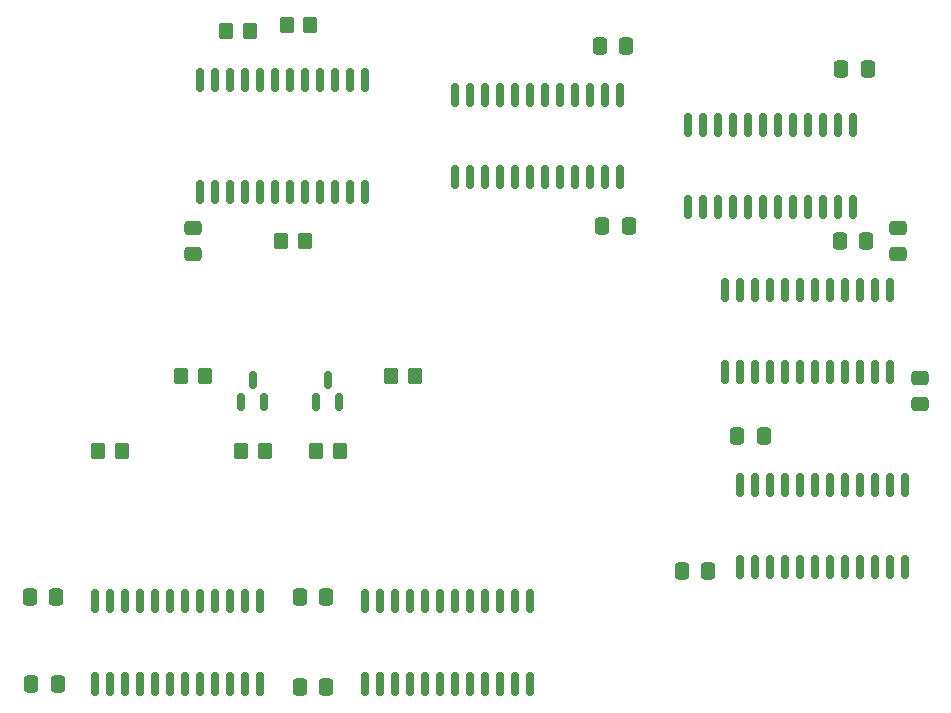
<source format=gbr>
%TF.GenerationSoftware,KiCad,Pcbnew,(6.0.4)*%
%TF.CreationDate,2022-05-21T22:33:24-04:00*%
%TF.ProjectId,pertec_arduino_adapter,70657274-6563-45f6-9172-6475696e6f5f,A*%
%TF.SameCoordinates,Original*%
%TF.FileFunction,Paste,Bot*%
%TF.FilePolarity,Positive*%
%FSLAX46Y46*%
G04 Gerber Fmt 4.6, Leading zero omitted, Abs format (unit mm)*
G04 Created by KiCad (PCBNEW (6.0.4)) date 2022-05-21 22:33:24*
%MOMM*%
%LPD*%
G01*
G04 APERTURE LIST*
G04 Aperture macros list*
%AMRoundRect*
0 Rectangle with rounded corners*
0 $1 Rounding radius*
0 $2 $3 $4 $5 $6 $7 $8 $9 X,Y pos of 4 corners*
0 Add a 4 corners polygon primitive as box body*
4,1,4,$2,$3,$4,$5,$6,$7,$8,$9,$2,$3,0*
0 Add four circle primitives for the rounded corners*
1,1,$1+$1,$2,$3*
1,1,$1+$1,$4,$5*
1,1,$1+$1,$6,$7*
1,1,$1+$1,$8,$9*
0 Add four rect primitives between the rounded corners*
20,1,$1+$1,$2,$3,$4,$5,0*
20,1,$1+$1,$4,$5,$6,$7,0*
20,1,$1+$1,$6,$7,$8,$9,0*
20,1,$1+$1,$8,$9,$2,$3,0*%
G04 Aperture macros list end*
%ADD10RoundRect,0.250000X0.350000X0.450000X-0.350000X0.450000X-0.350000X-0.450000X0.350000X-0.450000X0*%
%ADD11RoundRect,0.250000X0.337500X0.475000X-0.337500X0.475000X-0.337500X-0.475000X0.337500X-0.475000X0*%
%ADD12RoundRect,0.150000X-0.150000X0.875000X-0.150000X-0.875000X0.150000X-0.875000X0.150000X0.875000X0*%
%ADD13RoundRect,0.250000X-0.350000X-0.450000X0.350000X-0.450000X0.350000X0.450000X-0.350000X0.450000X0*%
%ADD14RoundRect,0.150000X-0.150000X0.837500X-0.150000X-0.837500X0.150000X-0.837500X0.150000X0.837500X0*%
%ADD15RoundRect,0.250000X-0.337500X-0.475000X0.337500X-0.475000X0.337500X0.475000X-0.337500X0.475000X0*%
%ADD16RoundRect,0.150000X0.150000X-0.587500X0.150000X0.587500X-0.150000X0.587500X-0.150000X-0.587500X0*%
%ADD17RoundRect,0.150000X0.150000X-0.837500X0.150000X0.837500X-0.150000X0.837500X-0.150000X-0.837500X0*%
%ADD18RoundRect,0.250000X0.475000X-0.337500X0.475000X0.337500X-0.475000X0.337500X-0.475000X-0.337500X0*%
%ADD19RoundRect,0.250000X-0.475000X0.337500X-0.475000X-0.337500X0.475000X-0.337500X0.475000X0.337500X0*%
G04 APERTURE END LIST*
D10*
%TO.C,R5*%
X120444412Y-61699670D03*
X118444412Y-61699670D03*
%TD*%
%TO.C,R2*%
X122920000Y-97790000D03*
X120920000Y-97790000D03*
%TD*%
D11*
%TO.C,C7*%
X121761250Y-110172500D03*
X119538750Y-110172500D03*
%TD*%
%TO.C,C10*%
X99060000Y-117475000D03*
X96837500Y-117475000D03*
%TD*%
D12*
%TO.C,U7*%
X111125000Y-66357500D03*
X112395000Y-66357500D03*
X113665000Y-66357500D03*
X114935000Y-66357500D03*
X116205000Y-66357500D03*
X117475000Y-66357500D03*
X118745000Y-66357500D03*
X120015000Y-66357500D03*
X121285000Y-66357500D03*
X122555000Y-66357500D03*
X123825000Y-66357500D03*
X125095000Y-66357500D03*
X125095000Y-75882500D03*
X123825000Y-75882500D03*
X122555000Y-75882500D03*
X121285000Y-75882500D03*
X120015000Y-75882500D03*
X118745000Y-75882500D03*
X117475000Y-75882500D03*
X116205000Y-75882500D03*
X114935000Y-75882500D03*
X113665000Y-75882500D03*
X112395000Y-75882500D03*
X111125000Y-75882500D03*
%TD*%
D11*
%TO.C,C5*%
X147393750Y-78740000D03*
X145171250Y-78740000D03*
%TD*%
D13*
%TO.C,R8*%
X117982252Y-79982087D03*
X119982252Y-79982087D03*
%TD*%
D11*
%TO.C,C3*%
X98901250Y-110172500D03*
X96678750Y-110172500D03*
%TD*%
D14*
%TO.C,U4*%
X125095000Y-110490000D03*
X126365000Y-110490000D03*
X127635000Y-110490000D03*
X128905000Y-110490000D03*
X130175000Y-110490000D03*
X131445000Y-110490000D03*
X132715000Y-110490000D03*
X133985000Y-110490000D03*
X135255000Y-110490000D03*
X136525000Y-110490000D03*
X137795000Y-110490000D03*
X139065000Y-110490000D03*
X139065000Y-117475000D03*
X137795000Y-117475000D03*
X136525000Y-117475000D03*
X135255000Y-117475000D03*
X133985000Y-117475000D03*
X132715000Y-117475000D03*
X131445000Y-117475000D03*
X130175000Y-117475000D03*
X128905000Y-117475000D03*
X127635000Y-117475000D03*
X126365000Y-117475000D03*
X125095000Y-117475000D03*
%TD*%
D15*
%TO.C,C14*%
X165417500Y-65405000D03*
X167640000Y-65405000D03*
%TD*%
D10*
%TO.C,R1*%
X116570000Y-97790000D03*
X114570000Y-97790000D03*
%TD*%
D16*
%TO.C,Q1*%
X116522500Y-93662500D03*
X114617500Y-93662500D03*
X115570000Y-91757500D03*
%TD*%
D17*
%TO.C,U2*%
X146685000Y-74612500D03*
X145415000Y-74612500D03*
X144145000Y-74612500D03*
X142875000Y-74612500D03*
X141605000Y-74612500D03*
X140335000Y-74612500D03*
X139065000Y-74612500D03*
X137795000Y-74612500D03*
X136525000Y-74612500D03*
X135255000Y-74612500D03*
X133985000Y-74612500D03*
X132715000Y-74612500D03*
X132715000Y-67627500D03*
X133985000Y-67627500D03*
X135255000Y-67627500D03*
X136525000Y-67627500D03*
X137795000Y-67627500D03*
X139065000Y-67627500D03*
X140335000Y-67627500D03*
X141605000Y-67627500D03*
X142875000Y-67627500D03*
X144145000Y-67627500D03*
X145415000Y-67627500D03*
X146685000Y-67627500D03*
%TD*%
D11*
%TO.C,C8*%
X121761250Y-117792500D03*
X119538750Y-117792500D03*
%TD*%
D10*
%TO.C,R4*%
X129270000Y-91440000D03*
X127270000Y-91440000D03*
%TD*%
D13*
%TO.C,R7*%
X102505000Y-97790000D03*
X104505000Y-97790000D03*
%TD*%
D15*
%TO.C,C11*%
X156601250Y-96520000D03*
X158823750Y-96520000D03*
%TD*%
D17*
%TO.C,U5*%
X169545000Y-91122500D03*
X168275000Y-91122500D03*
X167005000Y-91122500D03*
X165735000Y-91122500D03*
X164465000Y-91122500D03*
X163195000Y-91122500D03*
X161925000Y-91122500D03*
X160655000Y-91122500D03*
X159385000Y-91122500D03*
X158115000Y-91122500D03*
X156845000Y-91122500D03*
X155575000Y-91122500D03*
X155575000Y-84137500D03*
X156845000Y-84137500D03*
X158115000Y-84137500D03*
X159385000Y-84137500D03*
X160655000Y-84137500D03*
X161925000Y-84137500D03*
X163195000Y-84137500D03*
X164465000Y-84137500D03*
X165735000Y-84137500D03*
X167005000Y-84137500D03*
X168275000Y-84137500D03*
X169545000Y-84137500D03*
%TD*%
D16*
%TO.C,Q2*%
X122872500Y-93662500D03*
X120967500Y-93662500D03*
X121920000Y-91757500D03*
%TD*%
D17*
%TO.C,U1*%
X166370000Y-77152500D03*
X165100000Y-77152500D03*
X163830000Y-77152500D03*
X162560000Y-77152500D03*
X161290000Y-77152500D03*
X160020000Y-77152500D03*
X158750000Y-77152500D03*
X157480000Y-77152500D03*
X156210000Y-77152500D03*
X154940000Y-77152500D03*
X153670000Y-77152500D03*
X152400000Y-77152500D03*
X152400000Y-70167500D03*
X153670000Y-70167500D03*
X154940000Y-70167500D03*
X156210000Y-70167500D03*
X157480000Y-70167500D03*
X158750000Y-70167500D03*
X160020000Y-70167500D03*
X161290000Y-70167500D03*
X162560000Y-70167500D03*
X163830000Y-70167500D03*
X165100000Y-70167500D03*
X166370000Y-70167500D03*
%TD*%
D14*
%TO.C,U6*%
X102235000Y-110490000D03*
X103505000Y-110490000D03*
X104775000Y-110490000D03*
X106045000Y-110490000D03*
X107315000Y-110490000D03*
X108585000Y-110490000D03*
X109855000Y-110490000D03*
X111125000Y-110490000D03*
X112395000Y-110490000D03*
X113665000Y-110490000D03*
X114935000Y-110490000D03*
X116205000Y-110490000D03*
X116205000Y-117475000D03*
X114935000Y-117475000D03*
X113665000Y-117475000D03*
X112395000Y-117475000D03*
X111125000Y-117475000D03*
X109855000Y-117475000D03*
X108585000Y-117475000D03*
X107315000Y-117475000D03*
X106045000Y-117475000D03*
X104775000Y-117475000D03*
X103505000Y-117475000D03*
X102235000Y-117475000D03*
%TD*%
D15*
%TO.C,C9*%
X165258750Y-80010000D03*
X167481250Y-80010000D03*
%TD*%
D13*
%TO.C,R3*%
X109490000Y-91440000D03*
X111490000Y-91440000D03*
%TD*%
%TO.C,R6*%
X113300000Y-62230000D03*
X115300000Y-62230000D03*
%TD*%
D18*
%TO.C,C13*%
X172085000Y-93821250D03*
X172085000Y-91598750D03*
%TD*%
D11*
%TO.C,C4*%
X147161250Y-63500000D03*
X144938750Y-63500000D03*
%TD*%
D14*
%TO.C,U3*%
X156845000Y-100647500D03*
X158115000Y-100647500D03*
X159385000Y-100647500D03*
X160655000Y-100647500D03*
X161925000Y-100647500D03*
X163195000Y-100647500D03*
X164465000Y-100647500D03*
X165735000Y-100647500D03*
X167005000Y-100647500D03*
X168275000Y-100647500D03*
X169545000Y-100647500D03*
X170815000Y-100647500D03*
X170815000Y-107632500D03*
X169545000Y-107632500D03*
X168275000Y-107632500D03*
X167005000Y-107632500D03*
X165735000Y-107632500D03*
X164465000Y-107632500D03*
X163195000Y-107632500D03*
X161925000Y-107632500D03*
X160655000Y-107632500D03*
X159385000Y-107632500D03*
X158115000Y-107632500D03*
X156845000Y-107632500D03*
%TD*%
D11*
%TO.C,C6*%
X154146250Y-107950000D03*
X151923750Y-107950000D03*
%TD*%
D19*
%TO.C,C2*%
X110490000Y-78898750D03*
X110490000Y-81121250D03*
%TD*%
D18*
%TO.C,C12*%
X170180000Y-81121250D03*
X170180000Y-78898750D03*
%TD*%
M02*

</source>
